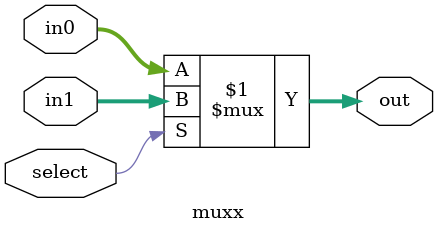
<source format=sv>
module muxx #(parameter FIFO_WIDTH = 64)
(
	input wire select,
	input wire [FIFO_WIDTH-1:0] in1,in0,
	output wire [FIFO_WIDTH-1:0] out
);

	assign out = (select) ? in1 : in0;

endmodule

</source>
